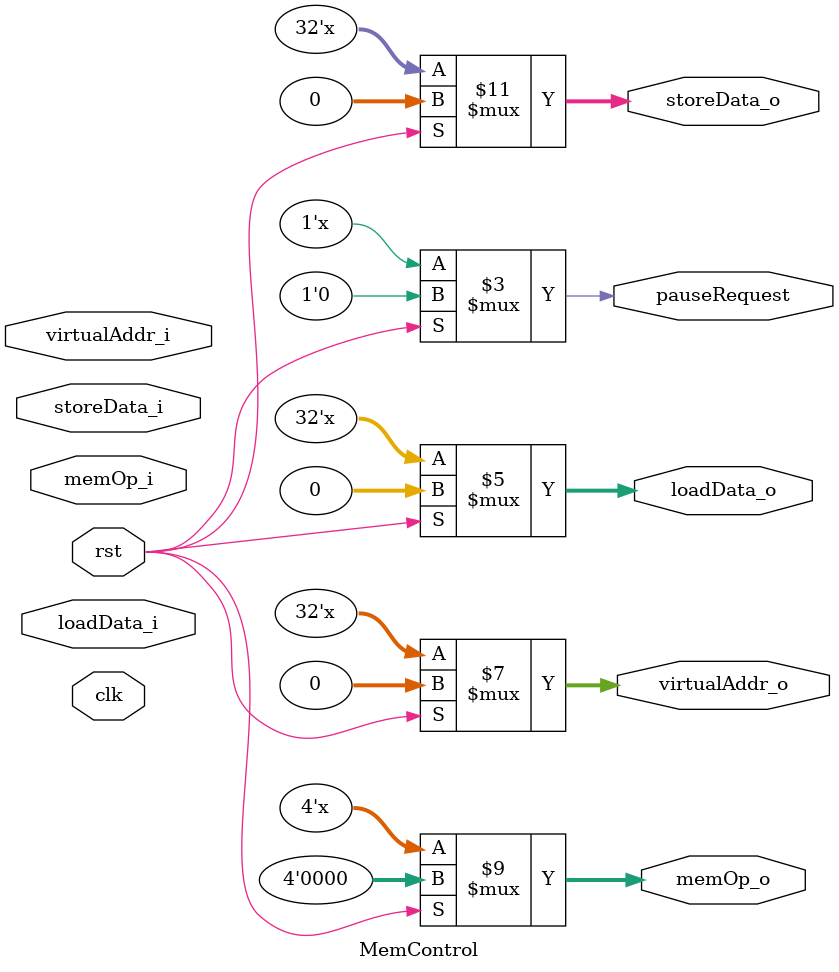
<source format=v>
module MemControl(
	input wire clk,
	input wire rst,
	input wire [31:0] storeData_i,
	input wire [3:0] memOp_i,
	input wire [31:0] virtualAddr_i,
	input wire [31:0] loadData_i,
	
	output reg [31:0] storeData_o,
	output reg [3:0] memOp_o,
	output reg [31:0] virtualAddr_o,
	output reg [31:0] loadData_o,
	output reg pauseRequest //pause the pipline
);

	always @(*) begin
		if(rst == 1'b1) begin
			storeData_o <= 32'b0;
			memOp_o <= 4'b0;
			virtualAddr_o <= 32'b0;
			loadData_o <= 32'b0;
			pauseRequest <= 1'b0;
		end else begin
			
		end
	end
endmodule
</source>
